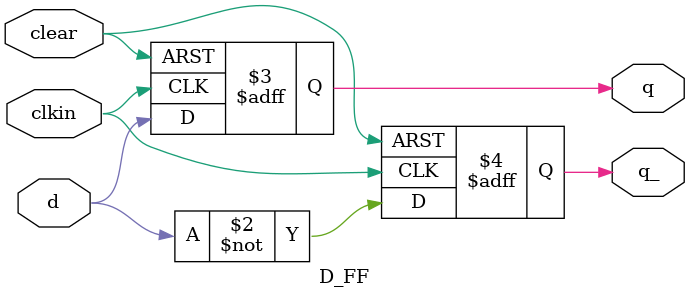
<source format=v>
`timescale 1ns / 1ps
module D_FF(
    input d, clkin, clear,
    output reg q, q_
    );
    
    always@(posedge clkin or posedge clear)
    begin
        if(clear)
        begin
            q<=0;
            q_<=1;
        end
        else
        begin
            q<=d;
            q_<=~d;
        end
    end
endmodule

</source>
